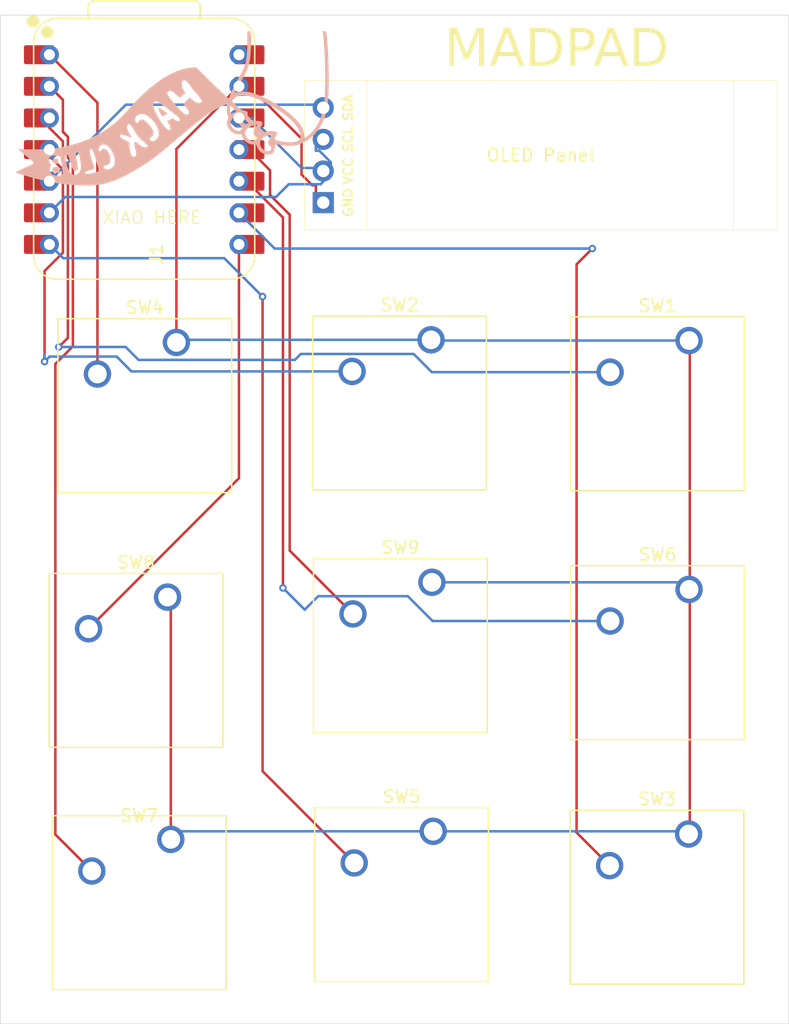
<source format=kicad_pcb>
(kicad_pcb (version 20241229) (generator "pcbnew") (generator_version "9.0")
  (layers (0 "F.Cu" signal) (2 "B.Cu" signal) (13 "F.Paste" user) (15 "B.Paste" user) (5 "F.SilkS" user "F.Silkscreen") (7 "B.SilkS" user "B.Silkscreen") (1 "F.Mask" user) (3 "B.Mask" user) (25 "Edge.Cuts" user))
  (net 0 "")
  (net 1 "Net-(J1-Pin_2)")
  (net 2 "GND")
  (net 3 "Net-(J1-Pin_4)")
  (net 4 "Net-(J1-Pin_3)")
  (net 5 "Net-(U1-GPIO28{slash}ADC2{slash}A2)")
  (net 6 "Net-(U1-GPIO29{slash}ADC3{slash}A3)")
  (net 7 "Net-(U1-GPIO2{slash}SCK)")
  (net 8 "Net-(U1-GPIO26{slash}ADC0{slash}A0)")
  (net 9 "Net-(U1-GPIO0{slash}TX)")
  (net 10 "Net-(U1-GPIO4{slash}MISO)")
  (net 11 "Net-(U1-GPIO27{slash}ADC1{slash}A1)")
  (net 12 "Net-(U1-GPIO1{slash}RX)")
  (net 13 "Net-(U1-GPIO3{slash}MOSI)")
  (footprint "Button_Switch_Keyboard:SW_Cherry_MX_1.00u_PCB" (layer "F.Cu") (at 176.1 126.9)
    (property "Reference" "SW3" (at -2.54 -2.794 0) (layer "F.SilkS"))
    (property "Value" "SW_Push")
    (pad "" np_thru_hole circle (at -7.62 5.08) (size 1.7 1.7) (drill 1.7) (layers "*.Cu" "*.Mask"))
    (pad "" np_thru_hole circle (at -2.54 5.08) (size 4 4) (drill 4) (layers "*.Cu" "*.Mask"))
    (pad "" np_thru_hole circle (at 2.54 5.08) (size 1.7 1.7) (drill 1.7) (layers "*.Cu" "*.Mask"))
    (pad "1" thru_hole circle (at 0 0) (size 2.2 2.2) (drill 1.5) (layers "*.Cu" "*.Mask") (net 2 "GND"))
    (pad "2" thru_hole circle (at -6.35 2.54) (size 2.2 2.2) (drill 1.5) (layers "*.Cu" "*.Mask") (net 7 "Net-(U1-GPIO2{slash}SCK)"))
  )
  (footprint "gethin_library_fresh:SSD1306-0.91-OLED-4pin-128x32" (layer "F.Cu") (at 183.22 78.37 180)
    (property "Reference" "J1" (at 49.915 -1.965 90) (layer "F.SilkS"))
    (property "Value" "Conn_01x04")
    (fp_text user "GND" (at 34.5 2.19 90) (layer "F.SilkS") (effects (font (size 0.75 0.75))))
    (fp_text user "OLED Panel" (at 19 6 0) (layer "F.SilkS"))
    (fp_text user "SDA" (at 34.5 9.81 90) (layer "F.SilkS") (effects (font (size 0.75 0.75))))
    (fp_text user "VCC" (at 34.5 4.73 90) (layer "F.SilkS") (effects (font (size 0.75 0.75))))
    (fp_text user "SCL" (at 34.5 7.27 90) (layer "F.SilkS") (effects (font (size 0.75 0.75))))
    (pad "1" thru_hole rect (at 36.5 2.19 180) (size 1.7 1.7) (drill 1) (layers "*.Cu" "*.Mask") (net 2 "GND"))
    (pad "2" thru_hole oval (at 36.5 4.73 180) (size 1.7 1.7) (drill 1) (layers "*.Cu" "*.Mask") (net 1 "Net-(J1-Pin_2)"))
    (pad "3" thru_hole oval (at 36.5 7.27 180) (size 1.7 1.7) (drill 1) (layers "*.Cu" "*.Mask") (net 4 "Net-(J1-Pin_3)"))
    (pad "4" thru_hole oval (at 36.5 9.81 180) (size 1.7 1.7) (drill 1) (layers "*.Cu" "*.Mask") (net 3 "Net-(J1-Pin_4)"))
  )
  (footprint "Button_Switch_Keyboard:SW_Cherry_MX_1.00u_PCB" (layer "F.Cu") (at 134.46 127.33)
    (property "Reference" "SW7" (at -2.54 -1.905 0) (layer "F.SilkS"))
    (property "Value" "SW_Push")
    (pad "" np_thru_hole circle (at -7.62 5.08) (size 1.7 1.7) (drill 1.7) (layers "*.Cu" "*.Mask"))
    (pad "" np_thru_hole circle (at -2.54 5.08) (size 4 4) (drill 4) (layers "*.Cu" "*.Mask"))
    (pad "" np_thru_hole circle (at 2.54 5.08) (size 1.7 1.7) (drill 1.7) (layers "*.Cu" "*.Mask"))
    (pad "1" thru_hole circle (at 0 0) (size 2.2 2.2) (drill 1.5) (layers "*.Cu" "*.Mask") (net 2 "GND"))
    (pad "2" thru_hole circle (at -6.35 2.54) (size 2.2 2.2) (drill 1.5) (layers "*.Cu" "*.Mask") (net 11 "Net-(U1-GPIO27{slash}ADC1{slash}A1)"))
  )
  (footprint "gethin_footprints:XIAO-RP2040-DIP" (layer "F.Cu") (at 132.32 71.92)
    (property "Reference" "U1" (hide yes))
    (property "Value" "XIAO-RP2040-DIP")
    (pad "1" smd roundrect (at -8.455 -7.62 180) (size 2.432 1.524) (layers "F.Cu" "F.Mask") (roundrect_rratio 0.1) (net 8 "Net-(U1-GPIO26{slash}ADC0{slash}A0)"))
    (pad "1" thru_hole circle (at -7.62 -7.62 180) (size 1.524 1.524) (drill 0.889) (layers "*.Cu" "*.Mask") (net 8 "Net-(U1-GPIO26{slash}ADC0{slash}A0)"))
    (pad "2" smd roundrect (at -8.455 -5.08 180) (size 2.432 1.524) (layers "F.Cu" "F.Mask") (roundrect_rratio 0.1) (net 11 "Net-(U1-GPIO27{slash}ADC1{slash}A1)"))
    (pad "2" thru_hole circle (at -7.62 -5.08 180) (size 1.524 1.524) (drill 0.889) (layers "*.Cu" "*.Mask") (net 11 "Net-(U1-GPIO27{slash}ADC1{slash}A1)"))
    (pad "3" smd roundrect (at -8.455 -2.54 180) (size 2.432 1.524) (layers "F.Cu" "F.Mask") (roundrect_rratio 0.1) (net 5 "Net-(U1-GPIO28{slash}ADC2{slash}A2)"))
    (pad "3" thru_hole circle (at -7.62 -2.54 180) (size 1.524 1.524) (drill 0.889) (layers "*.Cu" "*.Mask") (net 5 "Net-(U1-GPIO28{slash}ADC2{slash}A2)"))
    (pad "4" smd roundrect (at -8.455 0 180) (size 2.432 1.524) (layers "F.Cu" "F.Mask") (roundrect_rratio 0.1) (net 6 "Net-(U1-GPIO29{slash}ADC3{slash}A3)"))
    (pad "4" thru_hole circle (at -7.62 0 180) (size 1.524 1.524) (drill 0.889) (layers "*.Cu" "*.Mask") (net 6 "Net-(U1-GPIO29{slash}ADC3{slash}A3)"))
    (pad "5" smd roundrect (at -8.455 2.54 180) (size 2.432 1.524) (layers "F.Cu" "F.Mask") (roundrect_rratio 0.1) (net 3 "Net-(J1-Pin_4)"))
    (pad "5" thru_hole circle (at -7.62 2.54 180) (size 1.524 1.524) (drill 0.889) (layers "*.Cu" "*.Mask") (net 3 "Net-(J1-Pin_4)"))
    (pad "6" smd roundrect (at -8.455 5.08 180) (size 2.432 1.524) (layers "F.Cu" "F.Mask") (roundrect_rratio 0.1) (net 4 "Net-(J1-Pin_3)"))
    (pad "6" thru_hole circle (at -7.62 5.08 180) (size 1.524 1.524) (drill 0.889) (layers "*.Cu" "*.Mask") (net 4 "Net-(J1-Pin_3)"))
    (pad "7" smd roundrect (at -8.455 7.62 180) (size 2.432 1.524) (layers "F.Cu" "F.Mask") (roundrect_rratio 0.1) (net 9 "Net-(U1-GPIO0{slash}TX)"))
    (pad "7" thru_hole circle (at -7.62 7.62 180) (size 1.524 1.524) (drill 0.889) (layers "*.Cu" "*.Mask") (net 9 "Net-(U1-GPIO0{slash}TX)"))
    (pad "8" thru_hole circle (at 7.62 7.62) (size 1.524 1.524) (drill 0.889) (layers "*.Cu" "*.Mask") (net 12 "Net-(U1-GPIO1{slash}RX)"))
    (pad "8" smd roundrect (at 8.455 7.62) (size 2.432 1.524) (layers "F.Cu" "F.Mask") (roundrect_rratio 0.1) (net 12 "Net-(U1-GPIO1{slash}RX)"))
    (pad "9" thru_hole circle (at 7.62 5.08) (size 1.524 1.524) (drill 0.889) (layers "*.Cu" "*.Mask") (net 7 "Net-(U1-GPIO2{slash}SCK)"))
    (pad "9" smd roundrect (at 8.455 5.08) (size 2.432 1.524) (layers "F.Cu" "F.Mask") (roundrect_rratio 0.1) (net 7 "Net-(U1-GPIO2{slash}SCK)"))
    (pad "10" thru_hole circle (at 7.62 2.54) (size 1.524 1.524) (drill 0.889) (layers "*.Cu" "*.Mask") (net 10 "Net-(U1-GPIO4{slash}MISO)"))
    (pad "10" smd roundrect (at 8.455 2.54) (size 2.432 1.524) (layers "F.Cu" "F.Mask") (roundrect_rratio 0.1) (net 10 "Net-(U1-GPIO4{slash}MISO)"))
    (pad "11" thru_hole circle (at 7.62 0) (size 1.524 1.524) (drill 0.889) (layers "*.Cu" "*.Mask") (net 13 "Net-(U1-GPIO3{slash}MOSI)"))
    (pad "11" smd roundrect (at 8.455 0) (size 2.432 1.524) (layers "F.Cu" "F.Mask") (roundrect_rratio 0.1) (net 13 "Net-(U1-GPIO3{slash}MOSI)"))
    (pad "12" thru_hole circle (at 7.62 -2.54) (size 1.524 1.524) (drill 0.889) (layers "*.Cu" "*.Mask") (net 1 "Net-(J1-Pin_2)"))
    (pad "12" smd roundrect (at 8.455 -2.54) (size 2.432 1.524) (layers "F.Cu" "F.Mask") (roundrect_rratio 0.1) (net 1 "Net-(J1-Pin_2)"))
    (pad "13" thru_hole circle (at 7.62 -5.08) (size 1.524 1.524) (drill 0.889) (layers "*.Cu" "*.Mask") (net 2 "GND"))
    (pad "13" smd roundrect (at 8.455 -5.08) (size 2.432 1.524) (layers "F.Cu" "F.Mask") (roundrect_rratio 0.1) (net 2 "GND"))
    (pad "14" thru_hole circle (at 7.62 -7.62) (size 1.524 1.524) (drill 0.889) (layers "*.Cu" "*.Mask"))
    (pad "14" smd roundrect (at 8.455 -7.62) (size 2.432 1.524) (layers "F.Cu" "F.Mask") (roundrect_rratio 0.1))
  )
  (footprint "Button_Switch_Keyboard:SW_Cherry_MX_1.00u_PCB" (layer "F.Cu") (at 134.2 107.87)
    (property "Reference" "SW8" (at -2.54 -2.794 0) (layer "F.SilkS"))
    (property "Value" "SW_Push")
    (pad "" np_thru_hole circle (at -7.62 5.08) (size 1.7 1.7) (drill 1.7) (layers "*.Cu" "*.Mask"))
    (pad "" np_thru_hole circle (at -2.54 5.08) (size 4 4) (drill 4) (layers "*.Cu" "*.Mask"))
    (pad "" np_thru_hole circle (at 2.54 5.08) (size 1.7 1.7) (drill 1.7) (layers "*.Cu" "*.Mask"))
    (pad "1" thru_hole circle (at 0 0) (size 2.2 2.2) (drill 1.5) (layers "*.Cu" "*.Mask") (net 2 "GND"))
    (pad "2" thru_hole circle (at -6.35 2.54) (size 2.2 2.2) (drill 1.5) (layers "*.Cu" "*.Mask") (net 12 "Net-(U1-GPIO1{slash}RX)"))
  )
  (footprint "Button_Switch_Keyboard:SW_Cherry_MX_1.00u_PCB" (layer "F.Cu") (at 176.14 107.25)
    (property "Reference" "SW6" (at -2.54 -2.794 0) (layer "F.SilkS"))
    (property "Value" "SW_Push")
    (pad "" np_thru_hole circle (at -7.62 5.08) (size 1.7 1.7) (drill 1.7) (layers "*.Cu" "*.Mask"))
    (pad "" np_thru_hole circle (at -2.54 5.08) (size 4 4) (drill 4) (layers "*.Cu" "*.Mask"))
    (pad "" np_thru_hole circle (at 2.54 5.08) (size 1.7 1.7) (drill 1.7) (layers "*.Cu" "*.Mask"))
    (pad "1" thru_hole circle (at 0 0) (size 2.2 2.2) (drill 1.5) (layers "*.Cu" "*.Mask") (net 2 "GND"))
    (pad "2" thru_hole circle (at -6.35 2.54) (size 2.2 2.2) (drill 1.5) (layers "*.Cu" "*.Mask") (net 10 "Net-(U1-GPIO4{slash}MISO)"))
  )
  (footprint "Button_Switch_Keyboard:SW_Cherry_MX_1.00u_PCB" (layer "F.Cu") (at 134.91 87.41)
    (property "Reference" "SW4" (at -2.54 -2.794 0) (layer "F.SilkS"))
    (property "Value" "SW_Push")
    (pad "" np_thru_hole circle (at -7.62 5.08) (size 1.7 1.7) (drill 1.7) (layers "*.Cu" "*.Mask"))
    (pad "" np_thru_hole circle (at -2.54 5.08) (size 4 4) (drill 4) (layers "*.Cu" "*.Mask"))
    (pad "" np_thru_hole circle (at 2.54 5.08) (size 1.7 1.7) (drill 1.7) (layers "*.Cu" "*.Mask"))
    (pad "1" thru_hole circle (at 0 0) (size 2.2 2.2) (drill 1.5) (layers "*.Cu" "*.Mask") (net 2 "GND"))
    (pad "2" thru_hole circle (at -6.35 2.54) (size 2.2 2.2) (drill 1.5) (layers "*.Cu" "*.Mask") (net 8 "Net-(U1-GPIO26{slash}ADC0{slash}A0)"))
  )
  (footprint "Button_Switch_Keyboard:SW_Cherry_MX_1.00u_PCB" (layer "F.Cu") (at 155.39 87.2)
    (property "Reference" "SW2" (at -2.54 -2.794 0) (layer "F.SilkS"))
    (property "Value" "SW_Push")
    (pad "" np_thru_hole circle (at -7.62 5.08) (size 1.7 1.7) (drill 1.7) (layers "*.Cu" "*.Mask"))
    (pad "" np_thru_hole circle (at -2.54 5.08) (size 4 4) (drill 4) (layers "*.Cu" "*.Mask"))
    (pad "" np_thru_hole circle (at 2.54 5.08) (size 1.7 1.7) (drill 1.7) (layers "*.Cu" "*.Mask"))
    (pad "1" thru_hole circle (at 0 0) (size 2.2 2.2) (drill 1.5) (layers "*.Cu" "*.Mask") (net 2 "GND"))
    (pad "2" thru_hole circle (at -6.35 2.54) (size 2.2 2.2) (drill 1.5) (layers "*.Cu" "*.Mask") (net 6 "Net-(U1-GPIO29{slash}ADC3{slash}A3)"))
  )
  (footprint "Button_Switch_Keyboard:SW_Cherry_MX_1.00u_PCB" (layer "F.Cu") (at 155.56 126.68)
    (property "Reference" "SW5" (at -2.54 -2.794 0) (layer "F.SilkS"))
    (property "Value" "SW_Push")
    (pad "" np_thru_hole circle (at -7.62 5.08) (size 1.7 1.7) (drill 1.7) (layers "*.Cu" "*.Mask"))
    (pad "" np_thru_hole circle (at -2.54 5.08) (size 4 4) (drill 4) (layers "*.Cu" "*.Mask"))
    (pad "" np_thru_hole circle (at 2.54 5.08) (size 1.7 1.7) (drill 1.7) (layers "*.Cu" "*.Mask"))
    (pad "1" thru_hole circle (at 0 0) (size 2.2 2.2) (drill 1.5) (layers "*.Cu" "*.Mask") (net 2 "GND"))
    (pad "2" thru_hole circle (at -6.35 2.54) (size 2.2 2.2) (drill 1.5) (layers "*.Cu" "*.Mask") (net 9 "Net-(U1-GPIO0{slash}TX)"))
  )
  (footprint "Button_Switch_Keyboard:SW_Cherry_MX_1.00u_PCB" (layer "F.Cu") (at 155.46 106.68)
    (property "Reference" "SW9" (at -2.54 -2.794 0) (layer "F.SilkS"))
    (property "Value" "SW_Push")
    (pad "" np_thru_hole circle (at -7.62 5.08) (size 1.7 1.7) (drill 1.7) (layers "*.Cu" "*.Mask"))
    (pad "" np_thru_hole circle (at -2.54 5.08) (size 4 4) (drill 4) (layers "*.Cu" "*.Mask"))
    (pad "" np_thru_hole circle (at 2.54 5.08) (size 1.7 1.7) (drill 1.7) (layers "*.Cu" "*.Mask"))
    (pad "1" thru_hole circle (at 0 0) (size 2.2 2.2) (drill 1.5) (layers "*.Cu" "*.Mask") (net 2 "GND"))
    (pad "2" thru_hole circle (at -6.35 2.54) (size 2.2 2.2) (drill 1.5) (layers "*.Cu" "*.Mask") (net 13 "Net-(U1-GPIO3{slash}MOSI)"))
  )
  (footprint "Button_Switch_Keyboard:SW_Cherry_MX_1.00u_PCB" (layer "F.Cu") (at 176.14 87.26)
    (property "Reference" "SW1" (at -2.54 -2.794 0) (layer "F.SilkS"))
    (property "Value" "SW_Push")
    (pad "" np_thru_hole circle (at -7.62 5.08) (size 1.7 1.7) (drill 1.7) (layers "*.Cu" "*.Mask"))
    (pad "" np_thru_hole circle (at -2.54 5.08) (size 4 4) (drill 4) (layers "*.Cu" "*.Mask"))
    (pad "" np_thru_hole circle (at 2.54 5.08) (size 1.7 1.7) (drill 1.7) (layers "*.Cu" "*.Mask"))
    (pad "1" thru_hole circle (at 0 0) (size 2.2 2.2) (drill 1.5) (layers "*.Cu" "*.Mask") (net 2 "GND"))
    (pad "2" thru_hole circle (at -6.35 2.54) (size 2.2 2.2) (drill 1.5) (layers "*.Cu" "*.Mask") (net 5 "Net-(U1-GPIO28{slash}ADC2{slash}A2)"))
  )
  (footprint "LOGO" (layer "B.Cu") (at 134.62 69.55 180)
    (property "Reference" "." (at 0 0 0) (layer "B.SilkS") (effects (font (size 1.5 1.5) (thickness 0.3)) (justify mirror)))
    (property "Value" "LOGO" (hide yes))
  )
  (gr_rect (start 120.75 61.12) (end 184.16 142.14) (stroke (width 0.05)) (fill no) (layer "Edge.Cuts"))
  (gr_text "XIAO HERE\n" (at 128.9 77.96 -0) (layer "F.SilkS") (effects (font (size 1 1) (thickness 0.1)) (justify left bottom)))
  (gr_text "MADPAD" (at 156.44 65.71 0) (layer "F.SilkS") (effects (font (size 3 3) (thickness 0.1)) (justify left bottom)))
  (segment (start 140.775 69.38) (end 139.94 69.38) (width 0.2) (layer "F.Cu") (net 1))
  (segment (start 144.9733 73.395) (end 140.9583 69.38) (width 0.2) (layer "B.Cu") (net 1))
  (segment (start 140.9583 69.38) (end 139.94 69.38) (width 0.2) (layer "B.Cu") (net 1))
  (segment (start 146.125 73.395) (end 144.9733 73.395) (width 0.2) (layer "B.Cu") (net 1))
  (segment (start 134.91 71.87) (end 134.91 87.41) (width 0.2) (layer "F.Cu") (net 2))
  (segment (start 176.14 87.26) (end 176.1961 87.3161) (width 0.2) (layer "F.Cu") (net 2))
  (segment (start 139.94 66.84) (end 140.3162 66.84) (width 0.2) (layer "F.Cu") (net 2))
  (segment (start 134.2 107.87) (end 134.46 108.13) (width 0.2) (layer "F.Cu") (net 2))
  (segment (start 140.3575 66.84) (end 140.775 66.84) (width 0.2) (layer "F.Cu") (net 2))
  (segment (start 144.9733 71.0383) (end 144.9733 73.9196) (width 0.2) (layer "F.Cu") (net 2))
  (segment (start 146.125 75.935) (end 146.125 74.7833) (width 0.2) (layer "F.Cu") (net 2))
  (segment (start 145.837 74.7833) (end 146.125 74.7833) (width 0.2) (layer "F.Cu") (net 2))
  (segment (start 176.1961 126.8039) (end 176.1 126.9) (width 0.2) (layer "F.Cu") (net 2))
  (segment (start 144.9733 73.9196) (end 145.837 74.7833) (width 0.2) (layer "F.Cu") (net 2))
  (segment (start 176.1961 107.1939) (end 176.14 107.25) (width 0.2) (layer "F.Cu") (net 2))
  (segment (start 176.1961 107.3061) (end 176.1961 126.8039) (width 0.2) (layer "F.Cu") (net 2))
  (segment (start 176.14 107.25) (end 176.1961 107.3061) (width 0.2) (layer "F.Cu") (net 2))
  (segment (start 176.1961 87.3161) (end 176.1961 107.1939) (width 0.2) (layer "F.Cu") (net 2))
  (segment (start 134.46 108.13) (end 134.46 127.33) (width 0.2) (layer "F.Cu") (net 2))
  (segment (start 140.775 66.84) (end 144.9733 71.0383) (width 0.2) (layer "F.Cu") (net 2))
  (segment (start 140.3162 66.84) (end 140.3575 66.84) (width 0.2) (layer "F.Cu") (net 2))
  (segment (start 139.94 66.84) (end 134.91 71.87) (width 0.2) (layer "F.Cu") (net 2))
  (segment (start 176.14 107.25) (end 175.57 106.68) (width 0.2) (layer "B.Cu") (net 2))
  (segment (start 155.39 87.2) (end 135.12 87.2) (width 0.2) (layer "B.Cu") (net 2))
  (segment (start 135.12 87.2) (end 134.91 87.41) (width 0.2) (layer "B.Cu") (net 2))
  (segment (start 135.11 126.68) (end 134.46 127.33) (width 0.2) (layer "B.Cu") (net 2))
  (segment (start 175.88 126.68) (end 155.56 126.68) (width 0.2) (layer "B.Cu") (net 2))
  (segment (start 175.57 106.68) (end 155.46 106.68) (width 0.2) (layer "B.Cu") (net 2))
  (segment (start 155.45 87.26) (end 155.39 87.2) (width 0.2) (layer "B.Cu") (net 2))
  (segment (start 155.56 126.68) (end 135.11 126.68) (width 0.2) (layer "B.Cu") (net 2))
  (segment (start 176.14 87.26) (end 155.45 87.26) (width 0.2) (layer "B.Cu") (net 2))
  (segment (start 176.1 126.9) (end 175.88 126.68) (width 0.2) (layer "B.Cu") (net 2))
  (segment (start 124.7 74.46) (end 123.865 74.46) (width 0.2) (layer "F.Cu") (net 3))
  (segment (start 124.7 74.46) (end 130.845 68.315) (width 0.2) (layer "B.Cu") (net 3))
  (segment (start 130.845 68.315) (end 146.125 68.315) (width 0.2) (layer "B.Cu") (net 3))
  (segment (start 123.865 77) (end 124.7 77) (width 0.2) (layer "F.Cu") (net 4))
  (segment (start 146.3935 72.0067) (end 146.125 72.0067) (width 0.2) (layer "B.Cu") (net 4))
  (segment (start 146.125 70.855) (end 146.125 72.0067) (width 0.2) (layer "B.Cu") (net 4))
  (segment (start 142.9212 75.73) (end 143.9452 74.706) (width 0.2) (layer "B.Cu") (net 4))
  (segment (start 147.3257 73.8864) (end 147.3257 72.9389) (width 0.2) (layer "B.Cu") (net 4))
  (segment (start 125.97 75.73) (end 142.9212 75.73) (width 0.2) (layer "B.Cu") (net 4))
  (segment (start 124.7 77) (end 125.97 75.73) (width 0.2) (layer "B.Cu") (net 4))
  (segment (start 146.5061 74.706) (end 147.3257 73.8864) (width 0.2) (layer "B.Cu") (net 4))
  (segment (start 147.3257 72.9389) (end 146.3935 72.0067) (width 0.2) (layer "B.Cu") (net 4))
  (segment (start 143.9452 74.706) (end 146.5061 74.706) (width 0.2) (layer "B.Cu") (net 4))
  (segment (start 124.7 70.1762) (end 124.7 69.38) (width 0.2) (layer "F.Cu") (net 5))
  (segment (start 126.1829 73.1411) (end 125.7812 72.7394) (width 0.2) (layer "F.Cu") (net 5))
  (segment (start 123.865 69.38) (end 124.7 69.38) (width 0.2) (layer "F.Cu") (net 5))
  (segment (start 125.4494 87.7778) (end 126.1829 87.0443) (width 0.2) (layer "F.Cu") (net 5))
  (segment (start 126.1829 87.0443) (end 126.1829 73.1411) (width 0.2) (layer "F.Cu") (net 5))
  (segment (start 125.7812 71.2574) (end 124.7 70.1762) (width 0.2) (layer "F.Cu") (net 5))
  (segment (start 125.7812 72.7394) (end 125.7812 71.2574) (width 0.2) (layer "F.Cu") (net 5))
  (via (at 125.4494 87.7778) (size 0.6) (drill 0.3) (layers "F.Cu" "B.Cu") (net 5))
  (segment (start 144.9125 88.3383) (end 144.4367 88.8141) (width 0.2) (layer "B.Cu") (net 5))
  (segment (start 130.8278 87.7778) (end 125.4494 87.7778) (width 0.2) (layer "B.Cu") (net 5))
  (segment (start 125.4494 87.7778) (end 125.3618 87.6902) (width 0.2) (layer "B.Cu") (net 5))
  (segment (start 169.79 89.8) (end 155.45 89.8) (width 0.2) (layer "B.Cu") (net 5))
  (segment (start 125.3618 87.6902) (end 125.4494 87.7778) (width 0.2) (layer "B.Cu") (net 5))
  (segment (start 131.8641 88.8141) (end 130.8278 87.7778) (width 0.2) (layer "B.Cu") (net 5))
  (segment (start 153.9883 88.3383) (end 144.9125 88.3383) (width 0.2) (layer "B.Cu") (net 5))
  (segment (start 155.45 89.8) (end 153.9883 88.3383) (width 0.2) (layer "B.Cu") (net 5))
  (segment (start 144.4367 88.8141) (end 131.8641 88.8141) (width 0.2) (layer "B.Cu") (net 5))
  (segment (start 125.7812 80.202) (end 124.3088 81.6744) (width 0.2) (layer "F.Cu") (net 6))
  (segment (start 124.3088 88.3812) (end 124.3088 88.9517) (width 0.2) (layer "F.Cu") (net 6))
  (segment (start 124.3088 81.6744) (end 124.3088 88.9517) (width 0.2) (layer "F.Cu") (net 6))
  (segment (start 124.3088 88.9517) (end 124.3088 88.3812) (width 0.2) (layer "F.Cu") (net 6))
  (segment (start 124.7 71.92) (end 124.7 72.4452) (width 0.2) (layer "F.Cu") (net 6))
  (segment (start 125.7812 73.5264) (end 125.7812 80.202) (width 0.2) (layer "F.Cu") (net 6))
  (segment (start 123.865 71.92) (end 124.7 71.92) (width 0.2) (layer "F.Cu") (net 6))
  (segment (start 124.7 72.4452) (end 125.7812 73.5264) (width 0.2) (layer "F.Cu") (net 6))
  (via (at 124.3088 88.9517) (size 0.6) (drill 0.3) (layers "F.Cu" "B.Cu") (net 6))
  (segment (start 124.3088 88.3812) (end 124.3088 88.9517) (width 0.2) (layer "B.Cu") (net 6))
  (segment (start 124.3088 88.9517) (end 124.7122 88.5483) (width 0.2) (layer "B.Cu") (net 6))
  (segment (start 131.2964 89.74) (end 149.04 89.74) (width 0.2) (layer "B.Cu") (net 6))
  (segment (start 130.1047 88.5483) (end 131.2964 89.74) (width 0.2) (layer "B.Cu") (net 6))
  (segment (start 124.3088 88.9517) (end 124.3088 88.3812) (width 0.2) (layer "B.Cu") (net 6))
  (segment (start 124.7122 88.5483) (end 130.1047 88.5483) (width 0.2) (layer "B.Cu") (net 6))
  (segment (start 167.0922 81.1387) (end 168.3581 79.8728) (width 0.2) (layer "F.Cu") (net 7))
  (segment (start 139.94 77) (end 140.775 77) (width 0.2) (layer "F.Cu") (net 7))
  (segment (start 167.0922 126.7822) (end 167.0922 81.1387) (width 0.2) (layer "F.Cu") (net 7))
  (segment (start 169.75 129.44) (end 167.0922 126.7822) (width 0.2) (layer "F.Cu") (net 7))
  (via (at 168.3581 79.8728) (size 0.6) (drill 0.3) (layers "F.Cu" "B.Cu") (net 7))
  (segment (start 168.3581 79.8728) (end 142.8128 79.8728) (width 0.2) (layer "B.Cu") (net 7))
  (segment (start 142.8128 79.8728) (end 139.94 77) (width 0.2) (layer "B.Cu") (net 7))
  (segment (start 124.2825 64.3) (end 123.865 64.3) (width 0.2) (layer "F.Cu") (net 8))
  (segment (start 128.56 68.16) (end 128.56 89.95) (width 0.2) (layer "F.Cu") (net 8))
  (segment (start 124.7 64.3) (end 124.3238 64.3) (width 0.2) (layer "F.Cu") (net 8))
  (segment (start 124.7 64.3) (end 128.56 68.16) (width 0.2) (layer "F.Cu") (net 8))
  (segment (start 124.3238 64.3) (end 124.2825 64.3) (width 0.2) (layer "F.Cu") (net 8))
  (segment (start 141.8407 121.8507) (end 141.8407 83.7303) (width 0.2) (layer "F.Cu") (net 9))
  (segment (start 149.21 129.22) (end 141.8407 121.8507) (width 0.2) (layer "F.Cu") (net 9))
  (segment (start 123.865 79.54) (end 124.7 79.54) (width 0.2) (layer "F.Cu") (net 9))
  (via (at 141.8407 83.7303) (size 0.6) (drill 0.3) (layers "F.Cu" "B.Cu") (net 9))
  (segment (start 125.8052 80.6452) (end 124.7 79.54) (width 0.2) (layer "B.Cu") (net 9))
  (segment (start 138.7556 80.6452) (end 141.8407 83.7303) (width 0.2) (layer "B.Cu") (net 9))
  (segment (start 138.7556 80.6452) (end 125.8052 80.6452) (width 0.2) (layer "B.Cu") (net 9))
  (segment (start 140.775 74.6715) (end 140.775 74.46) (width 0.2) (layer "F.Cu") (net 10))
  (segment (start 143.4795 77.376) (end 140.775 74.6715) (width 0.2) (layer "F.Cu") (net 10))
  (segment (start 139.94 74.46) (end 140.775 74.46) (width 0.2) (layer "F.Cu") (net 10))
  (segment (start 143.4795 107.1334) (end 143.4795 77.376) (width 0.2) (layer "F.Cu") (net 10))
  (via (at 143.4795 107.1334) (size 0.6) (drill 0.3) (layers "F.Cu" "B.Cu") (net 10))
  (segment (start 169.79 109.79) (end 155.5105 109.79) (width 0.2) (layer "B.Cu") (net 10))
  (segment (start 145.2269 108.8808) (end 143.4795 107.1334) (width 0.2) (layer "B.Cu") (net 10))
  (segment (start 143.5796 107.2335) (end 143.4795 107.1334) (width 0.2) (layer "B.Cu") (net 10))
  (segment (start 146.3101 107.7976) (end 145.2269 108.8808) (width 0.2) (layer "B.Cu") (net 10))
  (segment (start 153.5181 107.7976) (end 146.3101 107.7976) (width 0.2) (layer "B.Cu") (net 10))
  (segment (start 155.5105 109.79) (end 153.5181 107.7976) (width 0.2) (layer "B.Cu") (net 10))
  (segment (start 143.4795 107.1334) (end 143.5796 107.2335) (width 0.2) (layer "B.Cu") (net 10))
  (segment (start 125.9475 70.6555) (end 125.7812 70.4892) (width 0.2) (layer "F.Cu") (net 11))
  (segment (start 126.3492 72.7393) (end 126.1829 72.573) (width 0.2) (layer "F.Cu") (net 11))
  (segment (start 128.11 129.87) (end 125.1762 126.9362) (width 0.2) (layer "F.Cu") (net 11))
  (segment (start 125.1762 89.1358) (end 126.5846 87.7274) (width 0.2) (layer "F.Cu") (net 11))
  (segment (start 126.1829 70.8909) (end 125.9475 70.6555) (width 0.2) (layer "F.Cu") (net 11))
  (segment (start 125.1762 126.9362) (end 125.1762 89.1358) (width 0.2) (layer "F.Cu") (net 11))
  (segment (start 125.9475 70.6555) (end 125.7812 70.4892) (width 0.2) (layer "F.Cu") (net 11))
  (segment (start 123.865 66.84) (end 124.7 66.84) (width 0.2) (layer "F.Cu") (net 11))
  (segment (start 125.7812 67.9212) (end 124.7 66.84) (width 0.2) (layer "F.Cu") (net 11))
  (segment (start 126.3492 72.7393) (end 126.1829 72.573) (width 0.2) (layer "F.Cu") (net 11))
  (segment (start 125.7812 70.4892) (end 125.7812 67.9212) (width 0.2) (layer "F.Cu") (net 11))
  (segment (start 126.5846 72.9747) (end 126.3492 72.7393) (width 0.2) (layer "F.Cu") (net 11))
  (segment (start 126.1829 72.573) (end 126.1829 70.8909) (width 0.2) (layer "F.Cu") (net 11))
  (segment (start 126.5846 87.7274) (end 126.5846 72.9747) (width 0.2) (layer "F.Cu") (net 11))
  (segment (start 139.94 98.32) (end 139.94 79.54) (width 0.2) (layer "F.Cu") (net 12))
  (segment (start 140.775 79.54) (end 139.94 79.54) (width 0.2) (layer "F.Cu") (net 12))
  (segment (start 127.85 110.41) (end 139.94 98.32) (width 0.2) (layer "F.Cu") (net 12))
  (segment (start 144.0226 77.1509) (end 142.6072 75.7355) (width 0.2) (layer "F.Cu") (net 13))
  (segment (start 142.6072 75.7355) (end 142.4409 75.5692) (width 0.2) (layer "F.Cu") (net 13))
  (segment (start 144.0226 104.1326) (end 144.0226 77.1509) (width 0.2) (layer "F.Cu") (net 13))
  (segment (start 142.4409 75.5692) (end 142.4409 73.5859) (width 0.2) (layer "F.Cu") (net 13))
  (segment (start 149.11 109.22) (end 144.0226 104.1326) (width 0.2) (layer "F.Cu") (net 13))
  (segment (start 142.4409 73.5859) (end 140.775 71.92) (width 0.2) (layer "F.Cu") (net 13))
  (segment (start 139.94 71.92) (end 140.775 71.92) (width 0.2) (layer "F.Cu") (net 13))
  (segment (start 142.6072 75.7355) (end 142.4409 75.5692) (width 0.2) (layer "F.Cu") (net 13))
)
</source>
